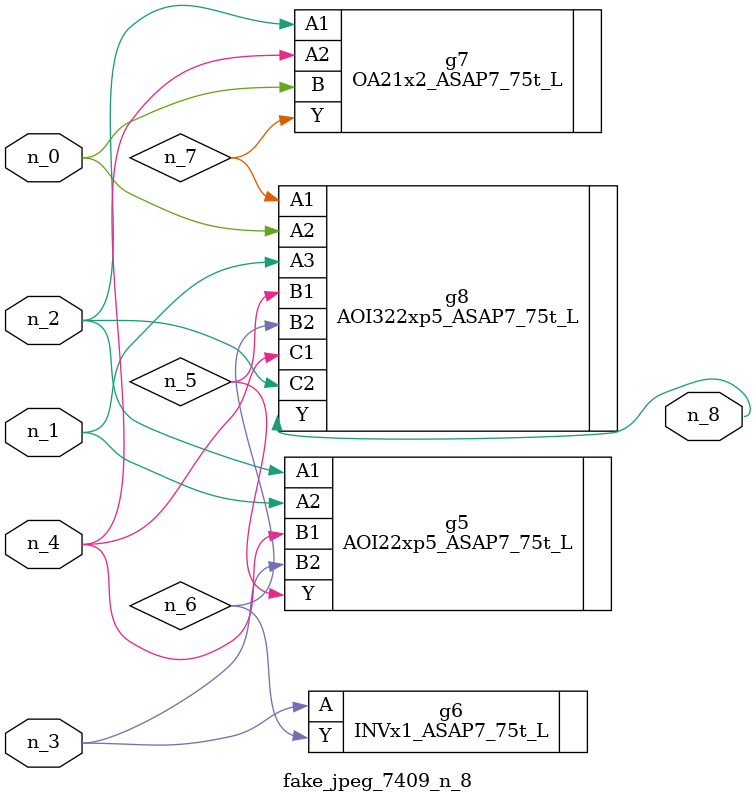
<source format=v>
module fake_jpeg_7409_n_8 (n_3, n_2, n_1, n_0, n_4, n_8);

input n_3;
input n_2;
input n_1;
input n_0;
input n_4;

output n_8;

wire n_6;
wire n_5;
wire n_7;

AOI22xp5_ASAP7_75t_L g5 ( 
.A1(n_2),
.A2(n_1),
.B1(n_4),
.B2(n_3),
.Y(n_5)
);

INVx1_ASAP7_75t_L g6 ( 
.A(n_3),
.Y(n_6)
);

OA21x2_ASAP7_75t_L g7 ( 
.A1(n_2),
.A2(n_4),
.B(n_0),
.Y(n_7)
);

AOI322xp5_ASAP7_75t_L g8 ( 
.A1(n_7),
.A2(n_0),
.A3(n_1),
.B1(n_5),
.B2(n_6),
.C1(n_4),
.C2(n_2),
.Y(n_8)
);


endmodule
</source>
